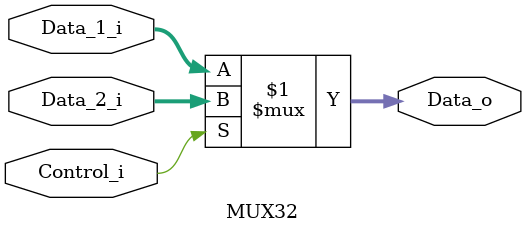
<source format=v>
module MUX32
(
    Data_1_i,
    Data_2_i,
    Control_i,
    Data_o
);

input [31:0] Data_1_i;
input [31:0] Data_2_i;
input Control_i;

output [31:0] Data_o;

assign Data_o = Control_i ? Data_2_i : Data_1_i;

endmodule

</source>
